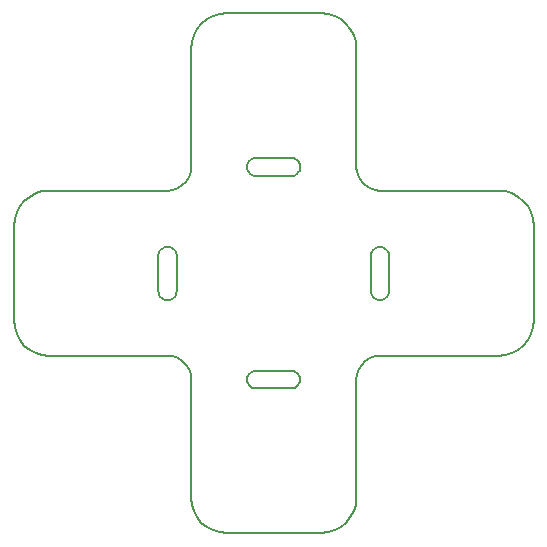
<source format=gm1>
%FSLAX44Y44*%
%MOMM*%
G71*
G01*
G75*
G04 Layer_Color=16711935*
%ADD10C,0.5000*%
%ADD11C,1.4000*%
%ADD12C,1.0000*%
%ADD13R,1.0000X1.0000*%
%ADD14C,0.6000*%
%ADD15C,0.1500*%
%ADD16C,1.6032*%
%ADD17C,1.2032*%
%ADD18R,1.2032X1.2032*%
D15*
X1015100Y917500D02*
X1016747Y917315D01*
X1018311Y916767D01*
X1019714Y915886D01*
X1020886Y914714D01*
X1021767Y913311D01*
X1022315Y911747D01*
X1022500Y910100D01*
Y909900D02*
Y910100D01*
X1022315Y908253D02*
X1022500Y909900D01*
X1022315Y908253D02*
X1022315Y908253D01*
X1022315Y908253D02*
Y908253D01*
X1022158Y907807D02*
X1022315Y908253D01*
X1021767Y906689D02*
X1022158Y907807D01*
X1020886Y905286D02*
X1021767Y906689D01*
X1020593Y904993D02*
X1020886Y905286D01*
X1019714Y904114D02*
X1020593Y904993D01*
X1018531Y903371D02*
X1019714Y904114D01*
X1018311Y903233D02*
X1018531Y903371D01*
X1018174Y903185D02*
X1018311Y903233D01*
X1016747Y902685D02*
X1018174Y903185D01*
X1015146Y902505D02*
X1016747Y902685D01*
X1015100Y902500D02*
X1015146Y902505D01*
X1015100Y902500D02*
X1015100D01*
X1015024D02*
X1015100D01*
X1015024Y902500D02*
X1015024Y902500D01*
X984824Y902500D02*
X1015024D01*
X983178Y902686D02*
X984824Y902500D01*
X981614Y903233D02*
X983178Y902686D01*
X980210Y904115D02*
X981614Y903233D01*
X979039Y905286D02*
X980210Y904115D01*
X978157Y906689D02*
X979039Y905286D01*
X977610Y908253D02*
X978157Y906689D01*
X977424Y909900D02*
X977610Y908253D01*
X977424Y909900D02*
Y910100D01*
X977610Y911747D01*
X978157Y913311D01*
X979039Y914714D01*
X980210Y915886D01*
X981614Y916767D01*
X983178Y917315D01*
X984824Y917500D01*
X984900D01*
X984900Y917500D01*
X984900D01*
X1015100D01*
X1089926Y1022500D02*
X1091572Y1022315D01*
X1093136Y1021767D01*
X1094539Y1020886D01*
X1095711Y1019714D01*
X1096593Y1018311D01*
X1097140Y1016747D01*
X1097326Y1015100D01*
Y984900D02*
Y1015100D01*
X1097140Y983253D02*
X1097326Y984900D01*
X1096593Y981689D02*
X1097140Y983253D01*
X1095711Y980286D02*
X1096593Y981689D01*
X1094539Y979115D02*
X1095711Y980286D01*
X1093136Y978233D02*
X1094539Y979115D01*
X1091572Y977686D02*
X1093136Y978233D01*
X1089926Y977500D02*
X1091572Y977686D01*
X1089850Y977500D02*
X1089926D01*
X1089850Y977500D02*
X1089850Y977500D01*
X1089650Y977500D02*
X1089850D01*
X1088003Y977685D02*
X1089650Y977500D01*
X1086439Y978233D02*
X1088003Y977685D01*
X1085036Y979114D02*
X1086439Y978233D01*
X1083864Y980286D02*
X1085036Y979114D01*
X1082983Y981689D02*
X1083864Y980286D01*
X1082436Y983253D02*
X1082983Y981689D01*
X1082250Y984900D02*
X1082436Y983253D01*
X1082250Y984900D02*
Y1015100D01*
X1082436Y1016747D01*
X1082983Y1018311D01*
X1083864Y1019714D01*
X1085036Y1020886D01*
X1086439Y1021767D01*
X1088003Y1022315D01*
X1089650Y1022500D01*
X1089725D01*
X1089726Y1022500D01*
X1089926D01*
X910274D02*
X911921Y1022314D01*
X913485Y1021767D01*
X914888Y1020885D01*
X916060Y1019714D01*
X916942Y1018311D01*
X917489Y1016747D01*
X917674Y1015100D01*
Y984900D02*
Y1015100D01*
X917489Y983253D02*
X917674Y984900D01*
X916942Y981689D02*
X917489Y983253D01*
X916060Y980286D02*
X916942Y981689D01*
X914888Y979114D02*
X916060Y980286D01*
X913485Y978233D02*
X914888Y979114D01*
X911921Y977685D02*
X913485Y978233D01*
X910274Y977500D02*
X911921Y977685D01*
X910199Y977500D02*
X910274D01*
X910199Y977500D02*
X910199Y977500D01*
X909999Y977500D02*
X910199D01*
X909924Y977508D02*
X909999Y977500D01*
X909850D02*
X909924Y977508D01*
X909650Y977500D02*
X909850D01*
X908003Y977685D02*
X909650Y977500D01*
X906439Y978233D02*
X908003Y977685D01*
X905036Y979114D02*
X906439Y978233D01*
X903864Y980286D02*
X905036Y979114D01*
X902983Y981689D02*
X903864Y980286D01*
X902436Y983253D02*
X902983Y981689D01*
X902250Y984900D02*
X902436Y983253D01*
X902250Y984900D02*
Y1015100D01*
X902436Y1016747D01*
X902983Y1018311D01*
X903864Y1019714D01*
X905036Y1020886D01*
X906439Y1021767D01*
X908003Y1022315D01*
X909650Y1022500D01*
X909850D01*
X909924Y1022492D01*
X909999Y1022500D01*
X910074D01*
X910074Y1022500D01*
X910274D01*
X1015100Y1097500D02*
X1016747Y1097315D01*
X1018311Y1096767D01*
X1019714Y1095886D01*
X1020739Y1094860D01*
X1020886Y1094714D01*
X1021270Y1094102D01*
X1021767Y1093311D01*
X1021939Y1092818D01*
X1022315Y1091747D01*
X1022449Y1090553D01*
X1022500Y1090100D01*
Y1089900D02*
Y1090100D01*
X1022464Y1089581D02*
X1022500Y1089900D01*
X1022315Y1088253D02*
X1022464Y1089581D01*
X1021808Y1086807D02*
X1022315Y1088253D01*
X1021767Y1086689D02*
X1021808Y1086807D01*
X1021767Y1086689D02*
X1021767Y1086689D01*
X1021767Y1086689D02*
Y1086689D01*
X1020886Y1085286D02*
X1021767Y1086689D01*
X1019714Y1084114D02*
X1020886Y1085286D01*
X1018311Y1083233D02*
X1019714Y1084114D01*
X1016747Y1082685D02*
X1018311Y1083233D01*
X1015100Y1082500D02*
X1016747Y1082685D01*
X984900Y1082500D02*
X1015100D01*
X984900Y1082500D02*
X984900Y1082500D01*
X984824Y1082500D02*
X984900D01*
X983178Y1082685D02*
X984824Y1082500D01*
X981614Y1083233D02*
X983178Y1082685D01*
X980210Y1084114D02*
X981614Y1083233D01*
X979039Y1085286D02*
X980210Y1084114D01*
X978157Y1086689D02*
X979039Y1085286D01*
X977610Y1088253D02*
X978157Y1086689D01*
X977424Y1089900D02*
X977610Y1088253D01*
X977424Y1089900D02*
Y1090100D01*
X977610Y1091747D01*
X978157Y1093311D01*
X979039Y1094714D01*
X980210Y1095885D01*
X981614Y1096767D01*
X983178Y1097314D01*
X984824Y1097500D01*
X984900D01*
X984900Y1097500D01*
X1015100D01*
X1040000Y1220000D02*
X1045853Y1219424D01*
X960000Y1220000D02*
X1040000D01*
X954147Y1219424D02*
X960000Y1220000D01*
X948520Y1217716D02*
X954147Y1219424D01*
X943333Y1214944D02*
X948520Y1217716D01*
X938787Y1211213D02*
X943333Y1214944D01*
X935056Y1206667D02*
X938787Y1211213D01*
X932284Y1201481D02*
X935056Y1206667D01*
X930576Y1195853D02*
X932284Y1201481D01*
X930000Y1190000D02*
X930576Y1195853D01*
X930000Y1090000D02*
Y1190000D01*
X929499Y1085550D02*
X930000Y1090000D01*
X928019Y1081322D02*
X929499Y1085550D01*
X925637Y1077530D02*
X928019Y1081322D01*
X922470Y1074363D02*
X925637Y1077530D01*
X918678Y1071981D02*
X922470Y1074363D01*
X914450Y1070501D02*
X918678Y1071981D01*
X910000Y1070000D02*
X914450Y1070501D01*
X810000Y1070000D02*
X910000D01*
X804147Y1069424D02*
X810000Y1070000D01*
X798520Y1067716D02*
X804147Y1069424D01*
X793333Y1064944D02*
X798520Y1067716D01*
X788787Y1061213D02*
X793333Y1064944D01*
X785056Y1056667D02*
X788787Y1061213D01*
X782284Y1051480D02*
X785056Y1056667D01*
X780576Y1045853D02*
X782284Y1051480D01*
X780000Y1040000D02*
X780576Y1045853D01*
X780000Y1040000D02*
X780000Y960000D01*
X780576Y954147D01*
X782284Y948520D01*
X785056Y943333D01*
X788787Y938787D01*
X793333Y935056D01*
X798520Y932284D01*
X804147Y930576D01*
X810000Y930000D01*
X910000D01*
X914451Y929499D01*
X918678Y928019D01*
X922470Y925637D01*
X925637Y922470D01*
X928019Y918678D01*
X929499Y914450D01*
X930000Y910000D01*
Y810000D02*
Y910000D01*
Y810000D02*
X930576Y804147D01*
X932284Y798520D01*
X935056Y793333D01*
X938787Y788787D01*
X943333Y785056D01*
X948520Y782284D01*
X954147Y780576D01*
X960000Y780000D01*
X1040000Y780000D01*
X1045853Y780576D01*
X1051480Y782284D01*
X1056667Y785056D01*
X1061213Y788787D01*
X1064944Y793333D01*
X1067716Y798520D01*
X1069424Y804147D01*
X1070000Y810000D01*
Y910000D01*
X1070501Y914451D01*
X1071981Y918678D01*
X1074363Y922470D01*
X1077530Y925637D01*
X1081322Y928019D01*
X1085550Y929499D01*
X1090000Y930000D01*
X1190000D01*
X1195853Y930576D01*
X1201481Y932284D01*
X1206667Y935056D01*
X1211213Y938787D01*
X1214944Y943333D01*
X1217716Y948520D01*
X1219424Y954147D01*
X1220000Y960000D01*
Y1040000D01*
X1219424Y1045853D02*
X1220000Y1040000D01*
X1217716Y1051480D02*
X1219424Y1045853D01*
X1214944Y1056667D02*
X1217716Y1051480D01*
X1211213Y1061213D02*
X1214944Y1056667D01*
X1206667Y1064944D02*
X1211213Y1061213D01*
X1201481Y1067716D02*
X1206667Y1064944D01*
X1195853Y1069424D02*
X1201481Y1067716D01*
X1190000Y1070000D02*
X1195853Y1069424D01*
X1090000Y1070000D02*
X1190000D01*
X1085550Y1070501D02*
X1090000Y1070000D01*
X1081322Y1071981D02*
X1085550Y1070501D01*
X1077530Y1074363D02*
X1081322Y1071981D01*
X1074363Y1077530D02*
X1077530Y1074363D01*
X1071981Y1081322D02*
X1074363Y1077530D01*
X1070501Y1085550D02*
X1071981Y1081322D01*
X1070000Y1090000D02*
X1070501Y1085550D01*
X1070000Y1090000D02*
Y1190000D01*
X1069424Y1195853D02*
X1070000Y1190000D01*
X1067716Y1201481D02*
X1069424Y1195853D01*
X1064944Y1206667D02*
X1067716Y1201481D01*
X1061213Y1211213D02*
X1064944Y1206667D01*
X1056667Y1214944D02*
X1061213Y1211213D01*
X1051480Y1217716D02*
X1056667Y1214944D01*
X1045853Y1219424D02*
X1051480Y1217716D01*
M02*

</source>
